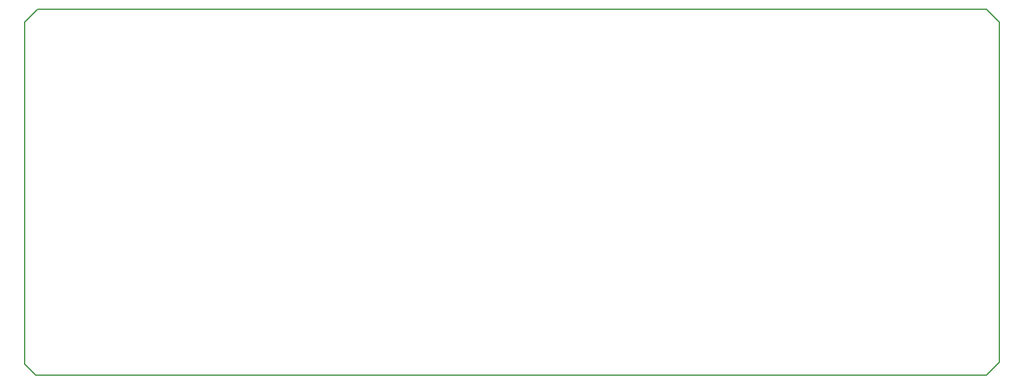
<source format=gm1>
G04 #@! TF.GenerationSoftware,KiCad,Pcbnew,(5.0.0)*
G04 #@! TF.CreationDate,2019-03-14T19:36:46-04:00*
G04 #@! TF.ProjectId,Power Sense 3.0,506F7765722053656E736520332E302E,rev?*
G04 #@! TF.SameCoordinates,Original*
G04 #@! TF.FileFunction,Profile,NP*
%FSLAX46Y46*%
G04 Gerber Fmt 4.6, Leading zero omitted, Abs format (unit mm)*
G04 Created by KiCad (PCBNEW (5.0.0)) date 03/14/19 19:36:46*
%MOMM*%
%LPD*%
G01*
G04 APERTURE LIST*
%ADD10C,0.150000*%
G04 APERTURE END LIST*
D10*
X65227200Y-52578000D02*
X103632000Y-52578000D01*
X63449200Y-54356000D02*
X65227200Y-52578000D01*
X63449200Y-101346000D02*
X63449200Y-54356000D01*
X64973200Y-102870000D02*
X63449200Y-101346000D01*
X195580000Y-102870000D02*
X65000000Y-102870000D01*
X197358000Y-54356000D02*
X197358000Y-57150000D01*
X195580000Y-52578000D02*
X197358000Y-54356000D01*
X103632000Y-52578000D02*
X195580000Y-52578000D01*
X197358000Y-57150000D02*
X197358000Y-101092000D01*
X197358000Y-101092000D02*
X195580000Y-102870000D01*
M02*

</source>
